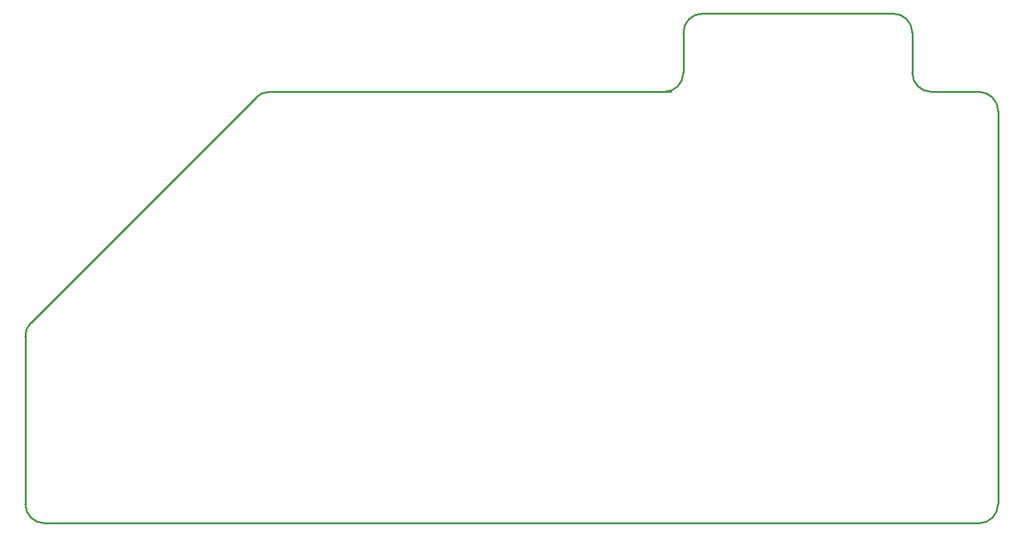
<source format=gko>
G04 Layer: BoardOutline*
G04 EasyEDA v6.3.39, 2020-04-26T20:46:55+02:00*
G04 5968b4f764c641518c6b208976d5c428,06be2ef0334148d99c06ae0550131ac1,10*
G04 Gerber Generator version 0.2*
G04 Scale: 100 percent, Rotated: No, Reflected: No *
G04 Dimensions in inches *
G04 leading zeros omitted , absolute positions ,2 integer and 4 decimal *
%FSLAX24Y24*%
%MOIN*%
G90*
G70D02*

%ADD10C,0.010000*%
G54D10*
G01X12750Y22600D02*
G01X33850Y22600D01*
G01X51000Y21600D02*
G01X51000Y1000D01*
G01X50000Y0D02*
G01X1000Y0D01*
G01X2Y1000D02*
G01X2Y9800D01*
G01X12092Y22307D02*
G01X292Y10507D01*
G01X50000Y22600D02*
G01X47500Y22600D01*
G01X46500Y23600D02*
G01X46500Y25700D01*
G01X45500Y26700D02*
G01X35500Y26700D01*
G01X34500Y25775D02*
G01X34500Y23625D01*
G75*
G01X50000Y22600D02*
G02X51000Y21600I0J-1000D01*
G01*
G75*
G01X51000Y1000D02*
G02X50000Y0I-1000J0D01*
G01*
G75*
G01X1000Y0D02*
G02X0Y1000I0J1000D01*
G01*
G75*
G01X45500Y26700D02*
G02X46500Y25700I0J-1000D01*
G01*
G75*
G01X34500Y25700D02*
G02X35500Y26700I1000J0D01*
G01*
G75*
G01X34500Y23600D02*
G02X33500Y22600I-1000J0D01*
G01*
G75*
G01X47500Y22600D02*
G02X46500Y23600I0J1000D01*
G01*
G75*
G01X12093Y22307D02*
G02X12800Y22600I707J-707D01*
G01*
G75*
G01X0Y9800D02*
G02X293Y10507I1000J0D01*
G01*

%LPD*%
M00*
M02*

</source>
